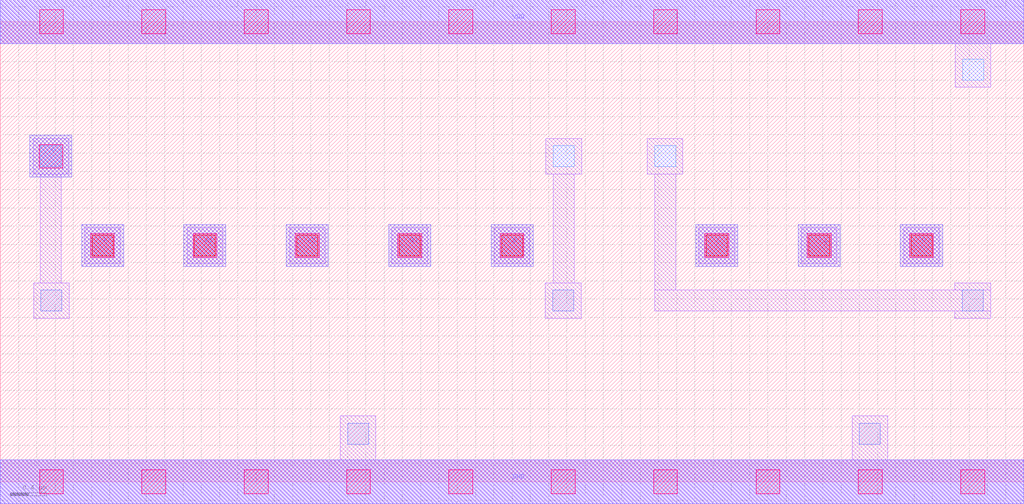
<source format=lef>
MACRO AAAOI3221
 CLASS CORE ;
 FOREIGN AAAOI3221 0 0 ;
 SIZE 11.200000000000001 BY 5.04 ;
 ORIGIN 0 0 ;
 SYMMETRY X Y R90 ;
 SITE unit ;
  PIN VDD
   DIRECTION INOUT ;
   USE POWER ;
   SHAPE ABUTMENT ;
    PORT
     CLASS CORE ;
       LAYER met1 ;
        RECT 0.00000000 4.80000000 11.20000000 5.28000000 ;
       LAYER met2 ;
        RECT 0.00000000 4.80000000 11.20000000 5.28000000 ;
    END
  END VDD

  PIN GND
   DIRECTION INOUT ;
   USE POWER ;
   SHAPE ABUTMENT ;
    PORT
     CLASS CORE ;
       LAYER met1 ;
        RECT 0.00000000 -0.24000000 11.20000000 0.24000000 ;
       LAYER met2 ;
        RECT 0.00000000 -0.24000000 11.20000000 0.24000000 ;
    END
  END GND

  PIN Y
   DIRECTION INOUT ;
   USE SIGNAL ;
   SHAPE ABUTMENT ;
    PORT
     CLASS CORE ;
       LAYER met2 ;
        RECT 0.32500000 3.33500000 0.78500000 3.79500000 ;
    END
  END Y

  PIN D
   DIRECTION INOUT ;
   USE SIGNAL ;
   SHAPE ABUTMENT ;
    PORT
     CLASS CORE ;
       LAYER met2 ;
        RECT 9.85000000 2.35700000 10.31000000 2.81700000 ;
    END
  END D

  PIN A1
   DIRECTION INOUT ;
   USE SIGNAL ;
   SHAPE ABUTMENT ;
    PORT
     CLASS CORE ;
       LAYER met2 ;
        RECT 2.01000000 2.35700000 2.47000000 2.81700000 ;
    END
  END A1

  PIN B1
   DIRECTION INOUT ;
   USE SIGNAL ;
   SHAPE ABUTMENT ;
    PORT
     CLASS CORE ;
       LAYER met2 ;
        RECT 4.25000000 2.35700000 4.71000000 2.81700000 ;
    END
  END B1

  PIN A2
   DIRECTION INOUT ;
   USE SIGNAL ;
   SHAPE ABUTMENT ;
    PORT
     CLASS CORE ;
       LAYER met2 ;
        RECT 3.13000000 2.35700000 3.59000000 2.81700000 ;
    END
  END A2

  PIN B
   DIRECTION INOUT ;
   USE SIGNAL ;
   SHAPE ABUTMENT ;
    PORT
     CLASS CORE ;
       LAYER met2 ;
        RECT 5.37000000 2.35700000 5.83000000 2.81700000 ;
    END
  END B

  PIN A
   DIRECTION INOUT ;
   USE SIGNAL ;
   SHAPE ABUTMENT ;
    PORT
     CLASS CORE ;
       LAYER met2 ;
        RECT 0.89000000 2.35700000 1.35000000 2.81700000 ;
    END
  END A

  PIN C
   DIRECTION INOUT ;
   USE SIGNAL ;
   SHAPE ABUTMENT ;
    PORT
     CLASS CORE ;
       LAYER met2 ;
        RECT 7.61000000 2.35700000 8.07000000 2.81700000 ;
    END
  END C

  PIN C1
   DIRECTION INOUT ;
   USE SIGNAL ;
   SHAPE ABUTMENT ;
    PORT
     CLASS CORE ;
       LAYER met2 ;
        RECT 8.73000000 2.35700000 9.19000000 2.81700000 ;
    END
  END C1

 OBS
    LAYER polycont ;
     RECT 1.00500000 2.47200000 1.23500000 2.70200000 ;
     RECT 2.12500000 2.47200000 2.35500000 2.70200000 ;
     RECT 3.24500000 2.47200000 3.47500000 2.70200000 ;
     RECT 4.36500000 2.47200000 4.59500000 2.70200000 ;
     RECT 5.48500000 2.47200000 5.71500000 2.70200000 ;
     RECT 7.72500000 2.47200000 7.95500000 2.70200000 ;
     RECT 8.84500000 2.47200000 9.07500000 2.70200000 ;
     RECT 9.96500000 2.47200000 10.19500000 2.70200000 ;

    LAYER pdiffc ;
     RECT 0.44000000 3.45000000 0.67000000 3.68000000 ;
     RECT 6.05000000 3.45000000 6.28000000 3.68000000 ;
     RECT 7.16000000 3.45000000 7.39000000 3.68000000 ;
     RECT 10.53000000 4.40000000 10.76000000 4.63000000 ;

    LAYER ndiffc ;
     RECT 3.80000000 0.41000000 4.03000000 0.64000000 ;
     RECT 9.40000000 0.41000000 9.63000000 0.64000000 ;
     RECT 0.44500000 1.87000000 0.67500000 2.10000000 ;
     RECT 6.04500000 1.87000000 6.27500000 2.10000000 ;
     RECT 10.52500000 1.87000000 10.75500000 2.10000000 ;

    LAYER met1 ;
     RECT 0.00000000 -0.24000000 11.20000000 0.24000000 ;
     RECT 3.72000000 0.24000000 4.11000000 0.72000000 ;
     RECT 9.32000000 0.24000000 9.71000000 0.72000000 ;
     RECT 0.92500000 2.39200000 1.31500000 2.78200000 ;
     RECT 2.04500000 2.39200000 2.43500000 2.78200000 ;
     RECT 3.16500000 2.39200000 3.55500000 2.78200000 ;
     RECT 4.28500000 2.39200000 4.67500000 2.78200000 ;
     RECT 5.40500000 2.39200000 5.79500000 2.78200000 ;
     RECT 7.64500000 2.39200000 8.03500000 2.78200000 ;
     RECT 8.76500000 2.39200000 9.15500000 2.78200000 ;
     RECT 9.88500000 2.39200000 10.27500000 2.78200000 ;
     RECT 0.36500000 1.79000000 0.75500000 2.18000000 ;
     RECT 0.44000000 2.18000000 0.67000000 3.37000000 ;
     RECT 0.36000000 3.37000000 0.75000000 3.76000000 ;
     RECT 5.96500000 1.79000000 6.35500000 2.18000000 ;
     RECT 6.05000000 2.18000000 6.28000000 3.37000000 ;
     RECT 5.97000000 3.37000000 6.36000000 3.76000000 ;
     RECT 10.44500000 1.79000000 10.83500000 1.87000000 ;
     RECT 7.16000000 1.87000000 10.83500000 2.10000000 ;
     RECT 10.44500000 2.10000000 10.83500000 2.18000000 ;
     RECT 7.16000000 2.10000000 7.39000000 3.37000000 ;
     RECT 7.08000000 3.37000000 7.47000000 3.76000000 ;
     RECT 10.45000000 4.32000000 10.84000000 4.80000000 ;
     RECT 0.00000000 4.80000000 11.20000000 5.28000000 ;

    LAYER via1 ;
     RECT 0.43000000 -0.13000000 0.69000000 0.13000000 ;
     RECT 1.55000000 -0.13000000 1.81000000 0.13000000 ;
     RECT 2.67000000 -0.13000000 2.93000000 0.13000000 ;
     RECT 3.79000000 -0.13000000 4.05000000 0.13000000 ;
     RECT 4.91000000 -0.13000000 5.17000000 0.13000000 ;
     RECT 6.03000000 -0.13000000 6.29000000 0.13000000 ;
     RECT 7.15000000 -0.13000000 7.41000000 0.13000000 ;
     RECT 8.27000000 -0.13000000 8.53000000 0.13000000 ;
     RECT 9.39000000 -0.13000000 9.65000000 0.13000000 ;
     RECT 10.51000000 -0.13000000 10.77000000 0.13000000 ;
     RECT 0.99000000 2.45700000 1.25000000 2.71700000 ;
     RECT 2.11000000 2.45700000 2.37000000 2.71700000 ;
     RECT 3.23000000 2.45700000 3.49000000 2.71700000 ;
     RECT 4.35000000 2.45700000 4.61000000 2.71700000 ;
     RECT 5.47000000 2.45700000 5.73000000 2.71700000 ;
     RECT 7.71000000 2.45700000 7.97000000 2.71700000 ;
     RECT 8.83000000 2.45700000 9.09000000 2.71700000 ;
     RECT 9.95000000 2.45700000 10.21000000 2.71700000 ;
     RECT 0.42500000 3.43500000 0.68500000 3.69500000 ;
     RECT 0.43000000 4.91000000 0.69000000 5.17000000 ;
     RECT 1.55000000 4.91000000 1.81000000 5.17000000 ;
     RECT 2.67000000 4.91000000 2.93000000 5.17000000 ;
     RECT 3.79000000 4.91000000 4.05000000 5.17000000 ;
     RECT 4.91000000 4.91000000 5.17000000 5.17000000 ;
     RECT 6.03000000 4.91000000 6.29000000 5.17000000 ;
     RECT 7.15000000 4.91000000 7.41000000 5.17000000 ;
     RECT 8.27000000 4.91000000 8.53000000 5.17000000 ;
     RECT 9.39000000 4.91000000 9.65000000 5.17000000 ;
     RECT 10.51000000 4.91000000 10.77000000 5.17000000 ;

    LAYER met2 ;
     RECT 0.00000000 -0.24000000 11.20000000 0.24000000 ;
     RECT 0.89000000 2.35700000 1.35000000 2.81700000 ;
     RECT 2.01000000 2.35700000 2.47000000 2.81700000 ;
     RECT 3.13000000 2.35700000 3.59000000 2.81700000 ;
     RECT 4.25000000 2.35700000 4.71000000 2.81700000 ;
     RECT 5.37000000 2.35700000 5.83000000 2.81700000 ;
     RECT 7.61000000 2.35700000 8.07000000 2.81700000 ;
     RECT 8.73000000 2.35700000 9.19000000 2.81700000 ;
     RECT 9.85000000 2.35700000 10.31000000 2.81700000 ;
     RECT 0.32500000 3.33500000 0.78500000 3.79500000 ;
     RECT 0.00000000 4.80000000 11.20000000 5.28000000 ;

 END
END AAAOI3221

</source>
